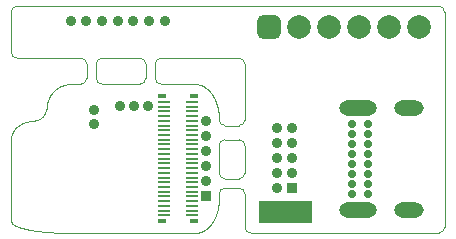
<source format=gbs>
G04*
G04 #@! TF.GenerationSoftware,Altium Limited,Altium Designer,23.10.1 (27)*
G04*
G04 Layer_Color=16711935*
%FSLAX44Y44*%
%MOMM*%
G71*
G04*
G04 #@! TF.SameCoordinates,75C69956-F49F-4592-A11B-EFE5AB9CB6E8*
G04*
G04*
G04 #@! TF.FilePolarity,Negative*
G04*
G01*
G75*
%ADD16C,0.0500*%
%ADD61C,2.0000*%
G04:AMPARAMS|DCode=62|XSize=2mm|YSize=2mm|CornerRadius=0.5mm|HoleSize=0mm|Usage=FLASHONLY|Rotation=90.000|XOffset=0mm|YOffset=0mm|HoleType=Round|Shape=RoundedRectangle|*
%AMROUNDEDRECTD62*
21,1,2.0000,1.0000,0,0,90.0*
21,1,1.0000,2.0000,0,0,90.0*
1,1,1.0000,0.5000,0.5000*
1,1,1.0000,0.5000,-0.5000*
1,1,1.0000,-0.5000,-0.5000*
1,1,1.0000,-0.5000,0.5000*
%
%ADD62ROUNDEDRECTD62*%
%ADD63O,2.5000X1.3000*%
%ADD64C,0.7000*%
%ADD65O,3.2000X1.3000*%
%ADD66C,0.9000*%
G04:AMPARAMS|DCode=67|XSize=0.9mm|YSize=0.9mm|CornerRadius=0.225mm|HoleSize=0mm|Usage=FLASHONLY|Rotation=180.000|XOffset=0mm|YOffset=0mm|HoleType=Round|Shape=RoundedRectangle|*
%AMROUNDEDRECTD67*
21,1,0.9000,0.4500,0,0,180.0*
21,1,0.4500,0.9000,0,0,180.0*
1,1,0.4500,-0.2250,0.2250*
1,1,0.4500,0.2250,0.2250*
1,1,0.4500,0.2250,-0.2250*
1,1,0.4500,-0.2250,-0.2250*
%
%ADD67ROUNDEDRECTD67*%
G04:AMPARAMS|DCode=88|XSize=0.9mm|YSize=0.9mm|CornerRadius=0.225mm|HoleSize=0mm|Usage=FLASHONLY|Rotation=90.000|XOffset=0mm|YOffset=0mm|HoleType=Round|Shape=RoundedRectangle|*
%AMROUNDEDRECTD88*
21,1,0.9000,0.4500,0,0,90.0*
21,1,0.4500,0.9000,0,0,90.0*
1,1,0.4500,0.2250,0.2250*
1,1,0.4500,0.2250,-0.2250*
1,1,0.4500,-0.2250,-0.2250*
1,1,0.4500,-0.2250,0.2250*
%
%ADD88ROUNDEDRECTD88*%
%ADD89R,0.6500X0.3500*%
%ADD90R,1.0350X0.2200*%
G36*
X254550Y8146D02*
X209550D01*
Y27146D01*
X254550D01*
Y8146D01*
D02*
G37*
D16*
X198000Y143000D02*
G03*
X193000Y148000I-5000J0D01*
G01*
X198000Y33000D02*
G03*
X193000Y38000I-5000J0D01*
G01*
Y46000D02*
G03*
X198000Y51000I0J5000D01*
G01*
X198000Y74000D02*
G03*
X193000Y79000I-5000J0D01*
G01*
X193000Y91000D02*
G03*
X198000Y96000I0J5000D01*
G01*
X198000Y5000D02*
G03*
X203000Y0I5000J0D01*
G01*
X64000Y143000D02*
G03*
X59000Y148000I-5000J0D01*
G01*
X77000D02*
G03*
X72000Y143000I0J-5000D01*
G01*
X0Y153000D02*
G03*
X5000Y148000I5000J0D01*
G01*
X127000Y148000D02*
G03*
X122000Y143000I0J-5000D01*
G01*
X114000D02*
G03*
X109000Y148000I-5000J0D01*
G01*
X5000Y192000D02*
G03*
X0Y187000I0J-5000D01*
G01*
X367000D02*
G03*
X362000Y192000I-5000J0D01*
G01*
Y0D02*
G03*
X367000Y5000I0J5000D01*
G01*
X122000Y131000D02*
G03*
X127000Y126000I5000J0D01*
G01*
X59000D02*
G03*
X64000Y131000I0J5000D01*
G01*
X109000Y126000D02*
G03*
X114000Y131000I0J5000D01*
G01*
X72000Y131000D02*
G03*
X77000Y126000I5000J0D01*
G01*
X181000Y79000D02*
G03*
X176000Y74000I0J-5000D01*
G01*
X176000Y96000D02*
G03*
X181000Y91000I5000J0D01*
G01*
X181000Y38000D02*
G03*
X176000Y33000I0J-5000D01*
G01*
X176000Y51000D02*
G03*
X181000Y46000I5000J0D01*
G01*
X20000Y95000D02*
G03*
X30000Y105000I0J10000D01*
G01*
X0Y153000D02*
X0Y187000D01*
X203000Y0D02*
X362000D01*
X64000Y143045D02*
X64000Y131000D01*
X72000Y143000D02*
X72000Y131000D01*
X114000Y143000D02*
X114000Y131000D01*
X122000Y143000D02*
X122000Y131000D01*
X127000Y148000D02*
X193000D01*
X198000Y143000D02*
X198000Y96000D01*
X181000Y91000D02*
X193000D01*
X192000Y79000D02*
X193000D01*
X181000D02*
X192000D01*
X181000Y46000D02*
X193011D01*
X181000Y38000D02*
X193000D01*
X198000Y5000D02*
Y30000D01*
Y33000D01*
Y51000D02*
Y74000D01*
X77000Y148000D02*
X109000D01*
X5000Y148000D02*
X59000D01*
X5000Y192000D02*
X362000Y192000D01*
X367000Y5000D02*
Y187000D01*
X77000Y126000D02*
X109000D01*
X176000Y51000D02*
Y74000D01*
Y30000D02*
Y33000D01*
X127000Y126000D02*
X156000D01*
X175990Y29058D02*
X175998Y29529D01*
X175879Y26708D02*
X175911Y27177D01*
X175800Y25773D02*
X175842Y26240D01*
X175754Y25307D02*
X175800Y25773D01*
X175842Y26240D02*
X175879Y26708D01*
X175978Y28587D02*
X175990Y29058D01*
X175702Y24842D02*
X175754Y25307D01*
X175646Y24379D02*
X175702Y24842D01*
X175961Y28116D02*
X175978Y28587D01*
X175584Y23916D02*
X175646Y24379D01*
X175938Y27646D02*
X175961Y28116D01*
X175911Y27177D02*
X175938Y27646D01*
X175518Y23456D02*
X175584Y23916D01*
X173215Y14729D02*
X173373Y15136D01*
X173526Y15547D01*
X174228Y17655D02*
X174355Y18086D01*
X174097Y17227D02*
X174228Y17655D01*
X173960Y16802D02*
X174097Y17227D01*
X173053Y14325D02*
X173215Y14729D01*
X172887Y13925D02*
X173053Y14325D01*
X173820Y16380D02*
X173960Y16802D01*
X173675Y15962D02*
X173820Y16380D01*
X173526Y15547D02*
X173675Y15962D01*
X174596Y18956D02*
X174709Y19396D01*
X174922Y20282D02*
X175021Y20729D01*
X175447Y22997D02*
X175518Y23456D01*
X175372Y22539D02*
X175447Y22997D01*
X174818Y19838D02*
X174922Y20282D01*
X174709Y19396D02*
X174818Y19838D01*
X175291Y22084D02*
X175372Y22539D01*
X175206Y21630D02*
X175291Y22084D01*
X174478Y18520D02*
X174596Y18956D01*
X175116Y21179D02*
X175206Y21630D01*
X174355Y18086D02*
X174478Y18520D01*
X175021Y20729D02*
X175116Y21179D01*
X168008Y6010D02*
X168258Y6295D01*
X168748Y6885D02*
X168989Y7188D01*
X170142Y8787D02*
X170362Y9123D01*
X168505Y6587D02*
X168748Y6885D01*
X169918Y8456D02*
X170142Y8787D01*
X168258Y6295D02*
X168505Y6587D01*
X169691Y8131D02*
X169918Y8456D01*
X169460Y7811D02*
X169691Y8131D01*
X167756Y5730D02*
X168008Y6010D01*
X169226Y7497D02*
X169460Y7811D01*
X168989Y7188D02*
X169226Y7497D01*
X170362Y9123D02*
X170579Y9464D01*
X167242Y5188D02*
X167500Y5455D01*
X165909Y3941D02*
X166181Y4178D01*
X165635Y3711D02*
X165909Y3941D01*
X165359Y3487D02*
X165635Y3711D01*
X166980Y4926D02*
X167242Y5188D01*
X166716Y4670D02*
X166980Y4926D01*
X165080Y3270D02*
X165359Y3487D01*
X164799Y3059D02*
X165080Y3270D01*
X166450Y4421D02*
X166716Y4670D01*
X164516Y2855D02*
X164799Y3059D01*
X166181Y4178D02*
X166450Y4421D01*
X167500Y5455D02*
X167756Y5730D01*
X162180Y1468D02*
X162478Y1618D01*
X160363Y723D02*
X160669Y829D01*
X160056Y623D02*
X160363Y723D01*
X161881Y1326D02*
X162180Y1468D01*
X159748Y531D02*
X160056Y623D01*
X161580Y1191D02*
X161881Y1326D01*
X161277Y1063D02*
X161580Y1191D01*
X159439Y447D02*
X159748Y531D01*
X159129Y369D02*
X159439Y447D01*
X160974Y943D02*
X161277Y1063D01*
X160669Y829D02*
X160974Y943D01*
X162478Y1618D02*
X162775Y1774D01*
X172542Y13138D02*
X172716Y13529D01*
X171410Y10877D02*
X171609Y11243D01*
X171208Y10517D02*
X171410Y10877D01*
X172363Y12750D02*
X172542Y13138D01*
X172180Y12366D02*
X172363Y12750D01*
X171002Y10161D02*
X171208Y10517D01*
X170793Y9810D02*
X171002Y10161D01*
X171994Y11987D02*
X172180Y12366D01*
X170579Y9464D02*
X170793Y9810D01*
X171803Y11613D02*
X171994Y11987D01*
X172716Y13529D02*
X172887Y13925D01*
X171609Y11243D02*
X171803Y11613D01*
X156000Y0D02*
X156314Y4D01*
X156628Y15D01*
X156942Y33D01*
X157256Y59D01*
X158507Y237D02*
X158818Y299D01*
X158195Y181D02*
X158507Y237D01*
X157882Y133D02*
X158195Y181D01*
X157569Y93D02*
X157882Y133D01*
X157256Y59D02*
X157569Y93D01*
X158818Y299D02*
X159129Y369D01*
X162775Y1774D02*
X163069Y1937D01*
X163943Y2467D02*
X164230Y2658D01*
X163654Y2284D02*
X163943Y2467D01*
X163363Y2107D02*
X163654Y2284D01*
X163069Y1937D02*
X163363Y2107D01*
X164230Y2658D02*
X164516Y2855D01*
X175998Y29529D02*
X176000Y30000D01*
X175990Y96942D02*
X175998Y96471D01*
X175879Y99292D02*
X175911Y98823D01*
X175800Y100227D02*
X175842Y99760D01*
X175754Y100693D02*
X175800Y100227D01*
X175842Y99760D02*
X175879Y99292D01*
X175978Y97413D02*
X175990Y96942D01*
X175702Y101158D02*
X175754Y100693D01*
X175646Y101621D02*
X175702Y101158D01*
X175961Y97884D02*
X175978Y97413D01*
X175584Y102084D02*
X175646Y101621D01*
X175938Y98354D02*
X175961Y97884D01*
X175911Y98823D02*
X175938Y98354D01*
X175518Y102544D02*
X175584Y102084D01*
X173215Y111271D02*
X173373Y110864D01*
X173526Y110453D01*
X174228Y108345D02*
X174355Y107914D01*
X174097Y108773D02*
X174228Y108345D01*
X173960Y109198D02*
X174097Y108773D01*
X173053Y111675D02*
X173215Y111271D01*
X172887Y112075D02*
X173053Y111675D01*
X173820Y109620D02*
X173960Y109198D01*
X173675Y110038D02*
X173820Y109620D01*
X173526Y110453D02*
X173675Y110038D01*
X174596Y107044D02*
X174709Y106604D01*
X174922Y105717D02*
X175021Y105271D01*
X175447Y103003D02*
X175518Y102544D01*
X175372Y103461D02*
X175447Y103003D01*
X174818Y106162D02*
X174922Y105717D01*
X174709Y106604D02*
X174818Y106162D01*
X175291Y103916D02*
X175372Y103461D01*
X175206Y104370D02*
X175291Y103916D01*
X174478Y107480D02*
X174596Y107044D01*
X175116Y104821D02*
X175206Y104370D01*
X174355Y107914D02*
X174478Y107480D01*
X175021Y105271D02*
X175116Y104821D01*
X168008Y119991D02*
X168258Y119705D01*
X168748Y119115D02*
X168989Y118812D01*
X170142Y117213D02*
X170362Y116877D01*
X168505Y119413D02*
X168748Y119115D01*
X169918Y117544D02*
X170142Y117213D01*
X168258Y119705D02*
X168505Y119413D01*
X169691Y117869D02*
X169918Y117544D01*
X169460Y118189D02*
X169691Y117869D01*
X167756Y120270D02*
X168008Y119991D01*
X169226Y118503D02*
X169460Y118189D01*
X168989Y118812D02*
X169226Y118503D01*
X170362Y116877D02*
X170579Y116536D01*
X167242Y120812D02*
X167500Y120544D01*
X165909Y122059D02*
X166181Y121822D01*
X165635Y122289D02*
X165909Y122059D01*
X165359Y122513D02*
X165635Y122289D01*
X166980Y121074D02*
X167242Y120812D01*
X166716Y121330D02*
X166980Y121074D01*
X165080Y122730D02*
X165359Y122513D01*
X164799Y122941D02*
X165080Y122730D01*
X166450Y121579D02*
X166716Y121330D01*
X164516Y123145D02*
X164799Y122941D01*
X166181Y121822D02*
X166450Y121579D01*
X167500Y120544D02*
X167756Y120270D01*
X162180Y124532D02*
X162478Y124382D01*
X160363Y125277D02*
X160669Y125171D01*
X160056Y125377D02*
X160363Y125277D01*
X161881Y124674D02*
X162180Y124532D01*
X159748Y125469D02*
X160056Y125377D01*
X161580Y124809D02*
X161881Y124674D01*
X161277Y124937D02*
X161580Y124809D01*
X159439Y125553D02*
X159748Y125469D01*
X159129Y125631D02*
X159439Y125553D01*
X160974Y125057D02*
X161277Y124937D01*
X160669Y125171D02*
X160974Y125057D01*
X162478Y124382D02*
X162775Y124226D01*
X172542Y112863D02*
X172716Y112471D01*
X171410Y115123D02*
X171609Y114757D01*
X171208Y115483D02*
X171410Y115123D01*
X172363Y113250D02*
X172542Y112863D01*
X172180Y113633D02*
X172363Y113250D01*
X171002Y115839D02*
X171208Y115483D01*
X170793Y116190D02*
X171002Y115839D01*
X171994Y114012D02*
X172180Y113633D01*
X170579Y116536D02*
X170793Y116190D01*
X171803Y114387D02*
X171994Y114012D01*
X172716Y112471D02*
X172887Y112075D01*
X171609Y114757D02*
X171803Y114387D01*
X156000Y126000D02*
X156314Y125996D01*
X156628Y125985D01*
X156942Y125967D01*
X157256Y125941D01*
X158507Y125763D02*
X158818Y125701D01*
X158195Y125819D02*
X158507Y125763D01*
X157882Y125867D02*
X158195Y125819D01*
X157569Y125907D02*
X157882Y125867D01*
X157256Y125941D02*
X157569Y125907D01*
X158818Y125701D02*
X159129Y125631D01*
X162775Y124226D02*
X163069Y124063D01*
X163943Y123533D02*
X164230Y123342D01*
X163654Y123716D02*
X163943Y123533D01*
X163363Y123893D02*
X163654Y123716D01*
X163069Y124063D02*
X163363Y123893D01*
X164230Y123342D02*
X164516Y123145D01*
X175998Y96471D02*
X176000Y96000D01*
X50000Y126000D02*
X59000D01*
X884Y84411D02*
X979Y84635D01*
X628Y83730D02*
X709Y83958D01*
X415Y83042D02*
X482Y83272D01*
X1405Y85522D02*
X1522Y85740D01*
X2785Y87636D02*
X2947Y87837D01*
X4197Y89194D02*
X4391Y89379D01*
X154Y9215D02*
X222Y9059D01*
X616Y8436D02*
X745Y8281D01*
X4792Y89742D02*
X4998Y89920D01*
X5207Y90095D02*
X5421Y90268D01*
X5858Y90607D02*
X6082Y90772D01*
X6309Y90934D02*
X6540Y91095D01*
X7495Y91706D02*
X7742Y91852D01*
X5099Y5601D02*
X5450Y5460D01*
X9550Y92790D02*
X9819Y92911D01*
X10920Y93365D02*
X11201Y93470D01*
X11484Y93572D01*
X6963Y4910D02*
X7368Y4775D01*
X18118Y94933D02*
X18431Y94954D01*
X19058Y94983D02*
X19372Y94993D01*
X30062Y106648D02*
X30089Y106976D01*
X30121Y107304D02*
X30158Y107632D01*
X30354Y108935D02*
X30415Y109258D01*
X31182Y112114D02*
X31291Y112423D01*
X31405Y112731D02*
X31522Y113036D01*
X31772Y113642D02*
X31904Y113941D01*
X32474Y115117D02*
X32627Y115405D01*
X34590Y118386D02*
X34792Y118638D01*
X33063Y591D02*
X33804Y539D01*
X37992Y121793D02*
X38244Y121989D01*
X38758Y122369D02*
X39020Y122552D01*
X39550Y122905D02*
X39819Y123076D01*
X40641Y123559D02*
X40920Y123711D01*
X43522Y124868D02*
X43820Y124972D01*
X44119Y125072D02*
X44420Y125166D01*
X46860Y20D02*
X47645Y11D01*
X48429Y5D01*
X47805Y125873D02*
X48118Y125907D01*
X48431Y125935D02*
X48744Y125959D01*
X49058Y125977D02*
X49372Y125990D01*
X48744Y125959D02*
X49058Y125977D01*
X1522Y85740D02*
X1645Y85957D01*
X1772Y86173D02*
X1903Y86387D01*
X2325Y87019D02*
X2474Y87226D01*
X0Y80000D02*
X3Y80236D01*
X0Y10000D02*
Y80000D01*
X6Y9843D02*
X25Y9686D01*
X55Y9529D02*
X99Y9372D01*
X222Y9059D02*
X302Y8903D01*
X1571Y7513D02*
X1772Y7361D01*
X3228Y6465D02*
X3511Y6319D01*
X3806Y6173D01*
X4430Y5885D02*
X4759Y5742D01*
X5099Y5601D01*
X9819Y92911D02*
X10091Y93029D01*
X5812Y5321D02*
X6185Y5182D01*
X6568Y5045D01*
X9093Y4250D02*
X9549Y4122D01*
X16252Y94734D02*
X16561Y94777D01*
X11474Y3626D02*
X11980Y3505D01*
X17805Y94909D02*
X18118Y94933D01*
X13018Y3270D02*
X13552Y3155D01*
X18744Y94970D02*
X19058Y94983D01*
X30010Y105660D02*
X30022Y105989D01*
X31078Y111802D02*
X31182Y112114D01*
X23875Y1474D02*
X24548Y1393D01*
X25227Y1314D02*
X25912Y1237D01*
X32180Y114534D02*
X32325Y114826D01*
X30143Y822D02*
X30866Y761D01*
X31594Y702D02*
X32326Y646D01*
X36806Y354D02*
X37566Y314D01*
X39020Y122552D02*
X39283Y122731D01*
X40631Y177D02*
X41403Y149D01*
X45295Y44D02*
X46077Y31D01*
X46871Y125742D02*
X47182Y125791D01*
X47493Y125834D01*
X49215Y1D02*
X50000Y0D01*
X482Y83272D02*
X553Y83502D01*
X246Y82346D02*
X298Y82579D01*
X4391Y89379D02*
X4590Y89561D01*
X4792Y89742D01*
X302Y8903D02*
X394Y8747D01*
X745Y8281D02*
X886Y8126D01*
X7992Y91995D02*
X8244Y92135D01*
X3806Y6173D02*
X4112Y6029D01*
X8758Y92406D02*
X9020Y92537D01*
X4112Y6029D02*
X4430Y5885D01*
X6568Y5045D02*
X6963Y4910D01*
X10016Y3996D02*
X10492Y3871D01*
X10978Y3748D01*
X15331Y94586D02*
X15637Y94639D01*
X15944Y94688D02*
X16252Y94734D01*
X17493Y94882D02*
X17805Y94909D01*
X18431Y94954D02*
X18744Y94970D01*
X14094Y3041D02*
X14645Y2929D01*
X30089Y106976D02*
X30121Y107304D01*
X19979Y2003D02*
X20611Y1910D01*
X30628Y110223D02*
X30709Y110541D01*
X22549Y1642D02*
X23209Y1557D01*
X30794Y110859D02*
X30884Y111175D01*
X30979Y111489D02*
X31078Y111802D01*
X31645Y113340D02*
X31772Y113642D01*
X33458Y116804D02*
X33637Y117075D01*
X34998Y118888D02*
X35207Y119133D01*
X33804Y539D02*
X34549Y489D01*
X36540Y120532D02*
X36774Y120752D01*
X37011Y120969D01*
X38500Y122181D02*
X38758Y122369D01*
X39093Y241D02*
X39861Y208D01*
X44513Y60D02*
X45295Y44D01*
X44420Y125166D02*
X44722Y125256D01*
X46077Y31D02*
X46860Y20D01*
X46252Y125628D02*
X46561Y125687D01*
X1182Y85081D02*
X1291Y85302D01*
X1903Y86387D02*
X2039Y86599D01*
X2180Y86810D01*
X22Y80707D02*
X39Y80942D01*
X3113Y88037D02*
X3284Y88235D01*
X3458Y88431D01*
X4006Y89006D02*
X4197Y89194D01*
X394Y8747D02*
X499Y8591D01*
X1985Y7210D02*
X2210Y7060D01*
X2447Y6910D02*
X2696Y6761D01*
X8244Y92135D02*
X8500Y92272D01*
X10091Y93029D02*
X10365Y93145D01*
X8646Y4379D02*
X9093Y4250D01*
X14119Y94337D02*
X14420Y94404D01*
X16561Y94777D02*
X16871Y94815D01*
X17182Y94850D01*
X15204Y2819D02*
X15773Y2710D01*
X30000Y105000D02*
X30003Y105330D01*
X18129Y2295D02*
X18738Y2196D01*
X19355Y2098D02*
X19979Y2003D01*
X20611Y1910D02*
X21250Y1819D01*
X30553Y109902D02*
X30628Y110223D01*
X31522Y113036D02*
X31645Y113340D01*
X25912Y1237D02*
X26604Y1162D01*
X28711Y952D02*
X29424Y886D01*
X34391Y118130D02*
X34590Y118386D01*
X35207Y119133D02*
X35421Y119375D01*
X35638Y119614D01*
X36082Y120081D02*
X36309Y120308D01*
X35298Y442D02*
X36050Y397D01*
X37011Y120969D02*
X37252Y121181D01*
X39283Y122731D02*
X39550Y122905D01*
X41484Y124001D02*
X41770Y124139D01*
X42057Y124273D01*
X42955Y100D02*
X43733Y79D01*
X44722Y125256D02*
X45026Y125340D01*
X45331Y125420D01*
X48429Y5D02*
X49215Y1D01*
X709Y83958D02*
X794Y84185D01*
X553Y83502D02*
X628Y83730D01*
X89Y81412D02*
X121Y81646D01*
X3Y80236D02*
X10Y80471D01*
X62Y81177D02*
X89Y81412D01*
X3637Y88625D02*
X3820Y88817D01*
X0Y10000D02*
X6Y9843D01*
X3820Y88817D02*
X4006Y89006D01*
X4998Y89920D02*
X5207Y90095D01*
X886Y8126D02*
X1039Y7972D01*
X1772Y7361D02*
X1985Y7210D01*
X2210Y7060D02*
X2447Y6910D01*
X2696Y6761D02*
X2956Y6613D01*
X8500Y92272D02*
X8758Y92406D01*
X9283Y92665D02*
X9550Y92790D01*
X12057Y93766D02*
X12346Y93858D01*
X7784Y4642D02*
X8210Y4510D01*
X14420Y94404D02*
X14723Y94468D01*
X15637Y94639D02*
X15944Y94688D01*
X30199Y107959D02*
X30246Y108285D01*
X21250Y1819D02*
X21896Y1729D01*
X30482Y109581D02*
X30553Y109902D01*
X30709Y110541D02*
X30794Y110859D01*
X30884Y111175D02*
X30979Y111489D01*
X32325Y114826D02*
X32474Y115117D01*
X33284Y116530D02*
X33458Y116804D01*
X34197Y117871D02*
X34391Y118130D01*
X34792Y118638D02*
X34998Y118888D01*
X34549Y489D02*
X35298Y442D01*
X37495Y121389D02*
X37742Y121593D01*
X36050Y397D02*
X36806Y354D01*
X37566Y314D02*
X38328Y276D01*
X42178Y123D02*
X42955Y100D01*
X42638Y124525D02*
X42930Y124644D01*
X43225Y124759D02*
X43522Y124868D01*
X43820Y124972D02*
X44119Y125072D01*
X45637Y125494D02*
X45944Y125564D01*
X46561Y125687D02*
X46871Y125742D01*
X979Y84635D02*
X1078Y84859D01*
X1182Y85081D01*
X1645Y85957D02*
X1772Y86173D01*
X200Y82114D02*
X246Y82346D01*
X121Y81646D02*
X158Y81880D01*
X39Y80942D02*
X62Y81177D01*
X10Y80471D02*
X22Y80707D01*
X5421Y90268D02*
X5638Y90439D01*
X1382Y7666D02*
X1571Y7513D01*
X6540Y91095D02*
X6774Y91252D01*
X7011Y91406D01*
X7251Y91558D01*
X7495Y91706D01*
X2956Y6613D02*
X3228Y6465D01*
X10641Y93257D02*
X10920Y93365D01*
X7368Y4775D02*
X7784Y4642D01*
X12637Y93947D02*
X12931Y94032D01*
X13225Y94113D01*
X13522Y94191D02*
X13820Y94266D01*
X15026Y94529D02*
X15331Y94586D01*
X9549Y4122D02*
X10016Y3996D01*
X10978Y3748D02*
X11474Y3626D01*
X19372Y94993D02*
X19686Y94998D01*
X30003Y105330D02*
X30010Y105660D01*
X30022Y105989D02*
X30040Y106319D01*
X30062Y106648D01*
X18738Y2196D02*
X19355Y2098D01*
X30246Y108285D02*
X30298Y108610D01*
X32947Y115972D02*
X33113Y116252D01*
X29424Y886D02*
X30143Y822D01*
X34006Y117609D02*
X34197Y117871D01*
X30866Y761D02*
X31594Y702D01*
X32326Y646D02*
X33063Y591D01*
X37252Y121181D02*
X37495Y121389D01*
X39819Y123076D02*
X40091Y123241D01*
X42057Y124273D02*
X42346Y124402D01*
X42638Y124525D01*
X42930Y124644D02*
X43225Y124759D01*
X49372Y125990D02*
X49686Y125997D01*
X50000Y0D02*
X156000D01*
X298Y82579D02*
X354Y82811D01*
X2627Y87432D02*
X2785Y87636D01*
X3458Y88431D02*
X3637Y88625D01*
X25Y9686D02*
X55Y9529D01*
X499Y8591D02*
X616Y8436D01*
X5638Y90439D02*
X5858Y90607D01*
X1204Y7819D02*
X1382Y7666D01*
X6082Y90772D02*
X6309Y90934D01*
X9020Y92537D02*
X9283Y92665D01*
X10365Y93145D02*
X10641Y93257D01*
X11770Y93671D02*
X12057Y93766D01*
X12346Y93858D02*
X12637Y93947D01*
X13225Y94113D02*
X13522Y94191D01*
X14723Y94468D02*
X15026Y94529D01*
X11980Y3505D02*
X12494Y3387D01*
X13552Y3155D02*
X14094Y3041D01*
X14645Y2929D02*
X15204Y2819D01*
X15773Y2710D02*
X16349Y2604D01*
X16934Y2499D01*
X30158Y107632D02*
X30199Y107959D01*
X30298Y108610D02*
X30354Y108935D01*
X30415Y109258D02*
X30482Y109581D01*
X21896Y1729D02*
X22549Y1642D01*
X32039Y114239D02*
X32180Y114534D01*
X32627Y115405D02*
X32785Y115690D01*
X27301Y1090D02*
X28003Y1020D01*
X28711Y952D01*
X32785Y115690D02*
X32947Y115972D01*
X35638Y119614D02*
X35858Y119849D01*
X37742Y121593D02*
X37992Y121793D01*
X39861Y208D02*
X40631Y177D01*
X41403Y149D02*
X42178Y123D01*
X40920Y123711D02*
X41201Y123859D01*
X45944Y125564D02*
X46252Y125628D01*
X794Y84185D02*
X884Y84411D01*
X1291Y85302D02*
X1405Y85522D01*
X354Y82811D02*
X415Y83042D01*
X158Y81880D02*
X200Y82114D01*
X2180Y86810D02*
X2325Y87019D01*
X2474Y87226D02*
X2627Y87432D01*
X2947Y87837D02*
X3113Y88037D01*
X99Y9372D02*
X154Y9215D01*
X1039Y7972D02*
X1204Y7819D01*
X7742Y91852D02*
X7992Y91995D01*
X5450Y5460D02*
X5812Y5321D01*
X11484Y93572D02*
X11770Y93671D01*
X8210Y4510D02*
X8646Y4379D01*
X13820Y94266D02*
X14119Y94337D01*
X17182Y94850D02*
X17493Y94882D01*
X12494Y3387D02*
X13018Y3270D01*
X19686Y94998D02*
X20000Y95000D01*
X16934Y2499D02*
X17528Y2396D01*
X18129Y2295D01*
X23209Y1557D02*
X23875Y1474D01*
X31291Y112423D02*
X31405Y112731D01*
X24548Y1393D02*
X25227Y1314D01*
X31904Y113941D02*
X32039Y114239D01*
X26604Y1162D02*
X27301Y1090D01*
X33113Y116252D02*
X33284Y116530D01*
X33637Y117075D02*
X33820Y117344D01*
X34006Y117609D01*
X35858Y119849D02*
X36082Y120081D01*
X36309Y120308D02*
X36540Y120532D01*
X38244Y121989D02*
X38500Y122181D01*
X38328Y276D02*
X39093Y241D01*
X40091Y123241D02*
X40365Y123402D01*
X40641Y123559D01*
X41201Y123859D02*
X41484Y124001D01*
X43733Y79D02*
X44513Y60D01*
X45331Y125420D02*
X45637Y125494D01*
X47493Y125834D02*
X47805Y125873D01*
X48118Y125907D02*
X48431Y125935D01*
X49686Y125997D02*
X50000Y126000D01*
D61*
X269483Y174500D02*
D03*
X294883D02*
D03*
X244083D02*
D03*
X320283D02*
D03*
X345683D02*
D03*
D62*
X218683D02*
D03*
D63*
X336500Y105950D02*
D03*
Y19550D02*
D03*
D64*
X302500Y67000D02*
D03*
Y50000D02*
D03*
Y58500D02*
D03*
Y84000D02*
D03*
Y92500D02*
D03*
Y75500D02*
D03*
Y33000D02*
D03*
Y41500D02*
D03*
X289000D02*
D03*
Y33000D02*
D03*
Y67000D02*
D03*
Y84000D02*
D03*
Y92500D02*
D03*
Y75500D02*
D03*
Y58500D02*
D03*
Y50000D02*
D03*
D65*
X294000Y105950D02*
D03*
Y19550D02*
D03*
D66*
X92469Y107500D02*
D03*
X70000Y92000D02*
D03*
X116000Y107500D02*
D03*
X104000D02*
D03*
X70000Y104000D02*
D03*
X50496Y179250D02*
D03*
X76997D02*
D03*
X90248D02*
D03*
X103499D02*
D03*
X116749Y179728D02*
D03*
X130000Y179250D02*
D03*
X63747D02*
D03*
X165000Y95000D02*
D03*
Y82300D02*
D03*
Y69600D02*
D03*
Y56900D02*
D03*
Y44200D02*
D03*
X225300Y88800D02*
D03*
X238000D02*
D03*
X225300Y76100D02*
D03*
X238000D02*
D03*
X225300Y63400D02*
D03*
X238000D02*
D03*
X225300Y50700D02*
D03*
X238000D02*
D03*
X225300Y38000D02*
D03*
D67*
X238000D02*
D03*
D88*
X165000Y31500D02*
D03*
D89*
X127750Y115750D02*
D03*
X154750D02*
D03*
Y10250D02*
D03*
X127750D02*
D03*
D90*
X152750Y103000D02*
D03*
Y87000D02*
D03*
Y83000D02*
D03*
Y79000D02*
D03*
Y71000D02*
D03*
Y67000D02*
D03*
Y75000D02*
D03*
Y99000D02*
D03*
Y91000D02*
D03*
Y95000D02*
D03*
Y107000D02*
D03*
Y111000D02*
D03*
Y15000D02*
D03*
Y19000D02*
D03*
Y23000D02*
D03*
Y27000D02*
D03*
Y31000D02*
D03*
Y59000D02*
D03*
Y55000D02*
D03*
Y51000D02*
D03*
Y47000D02*
D03*
Y43000D02*
D03*
Y39000D02*
D03*
Y35000D02*
D03*
Y63000D02*
D03*
X129250Y111000D02*
D03*
Y15000D02*
D03*
Y19000D02*
D03*
Y23000D02*
D03*
Y27000D02*
D03*
Y31000D02*
D03*
Y35000D02*
D03*
Y39000D02*
D03*
Y43000D02*
D03*
Y47000D02*
D03*
Y51000D02*
D03*
Y55000D02*
D03*
Y59000D02*
D03*
Y63000D02*
D03*
Y67000D02*
D03*
Y71000D02*
D03*
Y75000D02*
D03*
Y79000D02*
D03*
Y83000D02*
D03*
Y87000D02*
D03*
Y91000D02*
D03*
Y95000D02*
D03*
Y99000D02*
D03*
Y103000D02*
D03*
Y107000D02*
D03*
M02*

</source>
